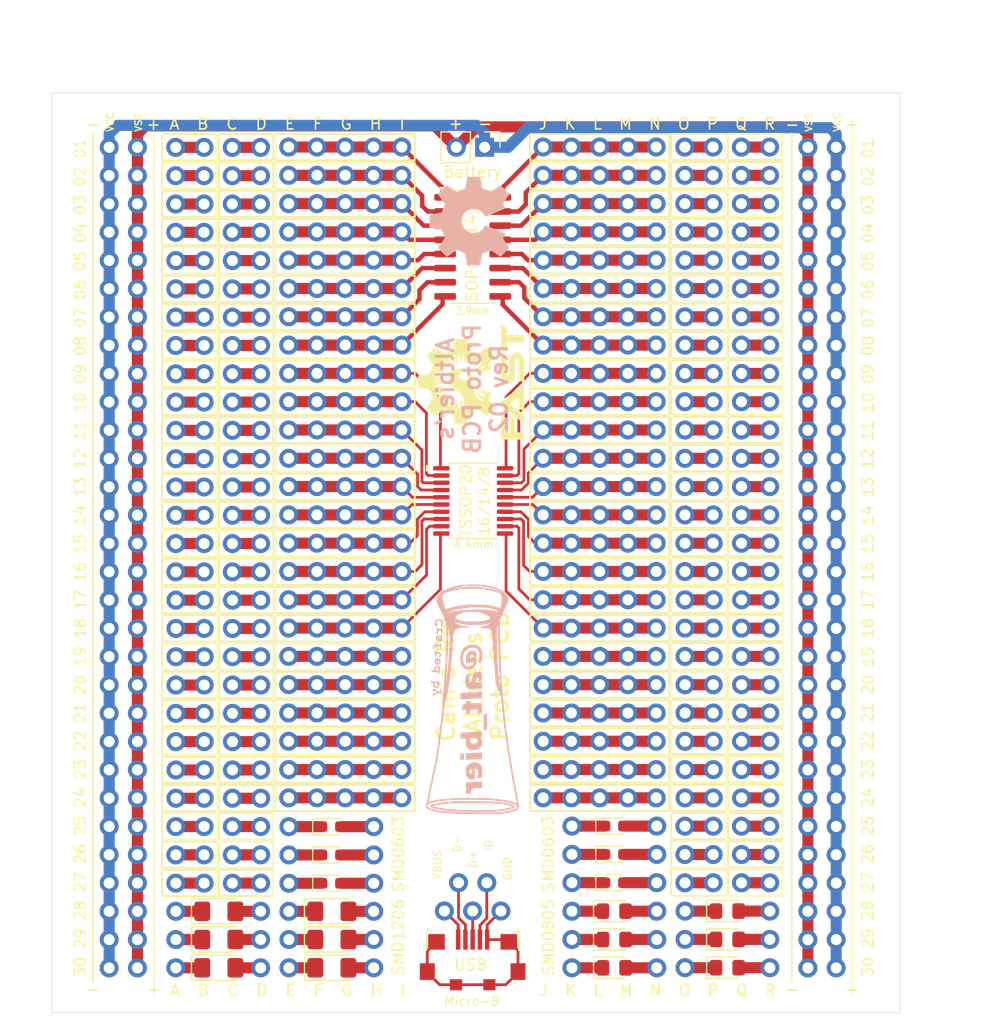
<source format=kicad_pcb>
(kicad_pcb (version 20241229) (generator "pcbnew") (generator_version "9.0")
  (layers (0 "F.Cu" signal) (2 "B.Cu" signal) (13 "F.Paste" user) (15 "B.Paste" user) (5 "F.SilkS" user "F.Silkscreen") (7 "B.SilkS" user "B.Silkscreen") (1 "F.Mask" user) (3 "B.Mask" user) (25 "Edge.Cuts" user))
  (net 0 "")
  (footprint "Proto:Proto_A_Pins_2_P2.54mm" (layer "F.Cu") (at 139.8 55.3)
    (property "Reference" "REF**")
    (property "Value" "Proto_A_Pins_2_P2.54mm" (hide yes))
  )
  (footprint "Proto:Proto_A_Pins_2_P2.54mm" (layer "F.Cu") (at 139.8 57.84)
    (property "Reference" "REF**")
    (property "Value" "Proto_A_Pins_2_P2.54mm" (hide yes))
  )
  (footprint "Proto:Proto_A_Pins_2_P2.54mm" (layer "F.Cu") (at 139.8 62.92)
    (property "Reference" "REF**")
    (property "Value" "Proto_A_Pins_2_P2.54mm" (hide yes))
  )
  (footprint "Proto:Proto_A_Pins_2_P2.54mm" (layer "F.Cu") (at 139.8 60.38)
    (property "Reference" "REF**")
    (property "Value" "Proto_A_Pins_2_P2.54mm" (hide yes))
  )
  (footprint "Proto:Proto_A_Pins_2_P2.54mm" (layer "F.Cu") (at 139.8 70.54)
    (property "Reference" "REF**")
    (property "Value" "Proto_A_Pins_2_P2.54mm" (hide yes))
  )
  (footprint "Proto:Proto_A_Pins_2_P2.54mm" (layer "F.Cu") (at 139.8 73.08)
    (property "Reference" "REF**")
    (property "Value" "Proto_A_Pins_2_P2.54mm" (hide yes))
  )
  (footprint "Proto:Proto_A_Pins_2_P2.54mm" (layer "F.Cu") (at 139.8 68)
    (property "Reference" "REF**")
    (property "Value" "Proto_A_Pins_2_P2.54mm" (hide yes))
  )
  (footprint "Proto:Proto_A_Pins_2_P2.54mm" (layer "F.Cu") (at 139.8 65.46)
    (property "Reference" "REF**")
    (property "Value" "Proto_A_Pins_2_P2.54mm" (hide yes))
  )
  (footprint "Proto:Proto_A_Pins_2_P2.54mm" (layer "F.Cu") (at 139.8 80.7)
    (property "Reference" "REF**")
    (property "Value" "Proto_A_Pins_2_P2.54mm" (hide yes))
  )
  (footprint "Proto:Proto_A_Pins_2_P2.54mm" (layer "F.Cu") (at 139.8 83.24)
    (property "Reference" "REF**")
    (property "Value" "Proto_A_Pins_2_P2.54mm" (hide yes))
  )
  (footprint "Proto:Proto_A_Pins_2_P2.54mm" (layer "F.Cu") (at 139.8 78.16)
    (property "Reference" "REF**")
    (property "Value" "Proto_A_Pins_2_P2.54mm" (hide yes))
  )
  (footprint "Proto:Proto_A_Pins_2_P2.54mm" (layer "F.Cu") (at 139.8 88.32)
    (property "Reference" "REF**")
    (property "Value" "Proto_A_Pins_2_P2.54mm" (hide yes))
  )
  (footprint "Proto:Proto_A_Pins_2_P2.54mm" (layer "F.Cu") (at 139.8 90.86)
    (property "Reference" "REF**")
    (property "Value" "Proto_A_Pins_2_P2.54mm" (hide yes))
  )
  (footprint "Proto:Proto_A_Pins_2_P2.54mm" (layer "F.Cu") (at 139.8 93.4)
    (property "Reference" "REF**")
    (property "Value" "Proto_A_Pins_2_P2.54mm" (hide yes))
  )
  (footprint "Proto:Proto_A_Pins_2_P2.54mm" (layer "F.Cu") (at 139.8 85.78)
    (property "Reference" "REF**")
    (property "Value" "Proto_A_Pins_2_P2.54mm" (hide yes))
  )
  (footprint "Proto:Proto_A_Pins_2_P2.54mm" (layer "F.Cu") (at 139.8 75.62)
    (property "Reference" "REF**")
    (property "Value" "Proto_A_Pins_2_P2.54mm" (hide yes))
  )
  (footprint "Proto:Proto_A_Pins_2_P2.54mm" (layer "F.Cu") (at 139.8 101.02)
    (property "Reference" "REF**")
    (property "Value" "Proto_A_Pins_2_P2.54mm" (hide yes))
  )
  (footprint "Proto:Proto_A_Pins_2_P2.54mm" (layer "F.Cu") (at 139.8 103.56)
    (property "Reference" "REF**")
    (property "Value" "Proto_A_Pins_2_P2.54mm" (hide yes))
  )
  (footprint "Proto:Proto_A_Pins_2_P2.54mm" (layer "F.Cu") (at 139.8 98.48)
    (property "Reference" "REF**")
    (property "Value" "Proto_A_Pins_2_P2.54mm" (hide yes))
  )
  (footprint "Proto:Proto_A_Pins_2_P2.54mm" (layer "F.Cu") (at 139.8 108.64)
    (property "Reference" "REF**")
    (property "Value" "Proto_A_Pins_2_P2.54mm" (hide yes))
  )
  (footprint "Proto:Proto_A_Pins_2_P2.54mm" (layer "F.Cu") (at 139.8 111.18)
    (property "Reference" "REF**")
    (property "Value" "Proto_A_Pins_2_P2.54mm" (hide yes))
  )
  (footprint "Proto:Proto_A_Pins_2_P2.54mm" (layer "F.Cu") (at 139.8 113.72)
    (property "Reference" "REF**")
    (property "Value" "Proto_A_Pins_2_P2.54mm" (hide yes))
  )
  (footprint "Proto:Proto_A_Pins_2_P2.54mm" (layer "F.Cu") (at 139.8 106.1)
    (property "Reference" "REF**")
    (property "Value" "Proto_A_Pins_2_P2.54mm" (hide yes))
  )
  (footprint "Proto:Proto_A_Pins_2_P2.54mm" (layer "F.Cu") (at 139.8 95.94)
    (property "Reference" "REF**")
    (property "Value" "Proto_A_Pins_2_P2.54mm" (hide yes))
  )
  (footprint "Package_SO:SOIC-16_3.9x9.9mm_P1.27mm" (layer "F.Cu") (at 141.12 64.26)
    (property "Reference" "SOP16")
    (property "Value" "SOIC-16_3.9x9.9mm_P1.27mm")
  )
  (footprint "Package_SO:TSSOP-20_4.4x6.5mm_P0.65mm" (layer "F.Cu") (at 141.17 87.06)
    (property "Reference" "TSSOP20")
    (property "Value" "TSSOP-20_4.4x6.5mm_P0.65mm")
  )
  (footprint "Proto:Proto_B_Pins_P2.54mm" (layer "F.Cu") (at 163.99 55.3)
    (property "Reference" "REF**")
    (property "Value" "Proto_B_Pins_P2.54mm")
  )
  (footprint "Proto:Proto_B_Pins_P2.54mm" (layer "F.Cu") (at 163.99 57.84)
    (property "Reference" "REF**")
    (property "Value" "Proto_B_Pins_P2.54mm")
  )
  (footprint "Proto:Proto_B_Pins_P2.54mm" (layer "F.Cu") (at 163.99 60.38)
    (property "Reference" "REF**")
    (property "Value" "Proto_B_Pins_P2.54mm")
  )
  (footprint "Proto:Proto_B_Pins_P2.54mm" (layer "F.Cu") (at 163.99 62.92)
    (property "Reference" "REF**")
    (property "Value" "Proto_B_Pins_P2.54mm")
  )
  (footprint "Proto:Proto_B_Pins_P2.54mm" (layer "F.Cu") (at 164 75.62)
    (property "Reference" "REF**")
    (property "Value" "Proto_B_Pins_P2.54mm")
  )
  (footprint "Proto:Proto_B_Pins_P2.54mm" (layer "F.Cu") (at 164 78.16)
    (property "Reference" "REF**")
    (property "Value" "Proto_B_Pins_P2.54mm")
  )
  (footprint "Proto:Proto_B_Pins_P2.54mm" (layer "F.Cu") (at 164 83.24)
    (property "Reference" "REF**")
    (property "Value" "Proto_B_Pins_P2.54mm")
  )
  (footprint "Proto:Proto_B_Pins_P2.54mm" (layer "F.Cu") (at 164 80.7)
    (property "Reference" "REF**")
    (property "Value" "Proto_B_Pins_P2.54mm")
  )
  (footprint "Proto:Proto_B_Pins_P2.54mm" (layer "F.Cu") (at 164 85.78)
    (property "Reference" "REF**")
    (property "Value" "Proto_B_Pins_P2.54mm")
  )
  (footprint "Proto:Proto_B_Pins_P2.54mm" (layer "F.Cu") (at 164.01 98.48)
    (property "Reference" "REF**")
    (property "Value" "Proto_B_Pins_P2.54mm")
  )
  (footprint "Proto:Proto_B_Pins_P2.54mm" (layer "F.Cu") (at 164.01 95.94)
    (property "Reference" "REF**")
    (property "Value" "Proto_B_Pins_P2.54mm")
  )
  (footprint "Proto:Proto_B_Pins_P2.54mm" (layer "F.Cu") (at 164 88.32)
    (property "Reference" "REF**")
    (property "Value" "Proto_B_Pins_P2.54mm")
  )
  (footprint "Proto:Proto_B_Pins_P2.54mm" (layer "F.Cu") (at 164 93.4)
    (property "Reference" "REF**")
    (property "Value" "Proto_B_Pins_P2.54mm")
  )
  (footprint "Proto:Proto_B_Pins_P2.54mm" (layer "F.Cu") (at 164.01 103.56)
    (property "Reference" "REF**")
    (property "Value" "Proto_B_Pins_P2.54mm")
  )
  (footprint "Proto:Proto_B_Pins_P2.54mm" (layer "F.Cu") (at 164 90.86)
    (property "Reference" "REF**")
    (property "Value" "Proto_B_Pins_P2.54mm")
  )
  (footprint "Proto:Proto_B_Pins_P2.54mm" (layer "F.Cu") (at 164.01 101.02)
    (property "Reference" "REF**")
    (property "Value" "Proto_B_Pins_P2.54mm")
  )
  (footprint "Proto:Proto_B_Pins_P2.54mm" (layer "F.Cu") (at 164.01 108.64)
    (property "Reference" "REF**")
    (property "Value" "Proto_B_Pins_P2.54mm")
  )
  (footprint "Proto:Proto_B_Pins_P2.54mm" (layer "F.Cu") (at 164.01 111.18)
    (property "Reference" "REF**")
    (property "Value" "Proto_B_Pins_P2.54mm")
  )
  (footprint "Proto:Proto_B_Pins_P2.54mm" (layer "F.Cu") (at 164.01 106.1)
    (property "Reference" "REF**")
    (property "Value" "Proto_B_Pins_P2.54mm")
  )
  (footprint "Proto:Proto_B_Pins_P2.54mm" (layer "F.Cu") (at 164.01 113.72)
    (property "Reference" "REF**")
    (property "Value" "Proto_B_Pins_P2.54mm")
  )
  (footprint "Proto:Proto_B_Pins_P2.54mm" (layer "F.Cu") (at 164 121.34)
    (property "Reference" "REF**")
    (property "Value" "Proto_B_Pins_P2.54mm")
  )
  (footprint "Proto:Proto_B_Pins_P2.54mm" (layer "F.Cu") (at 164 118.8)
    (property "Reference" "REF**")
    (property "Value" "Proto_B_Pins_P2.54mm")
  )
  (footprint "Proto:Proto_B_Pins_P2.54mm" (layer "F.Cu") (at 164 116.26)
    (property "Reference" "REF**")
    (property "Value" "Proto_B_Pins_P2.54mm")
  )
  (footprint "Proto:Proto_B_Pins_P2.54mm" (layer "F.Cu") (at 118.25 55.33)
    (property "Reference" "REF**")
    (property "Value" "Proto_B_Pins_P2.54mm")
  )
  (footprint "Proto:Proto_B_Pins_P2.54mm" (layer "F.Cu") (at 118.26 68.03)
    (property "Reference" "REF**")
    (property "Value" "Proto_B_Pins_P2.54mm")
  )
  (footprint "Proto:Proto_B_Pins_P2.54mm" (layer "F.Cu") (at 118.26 65.49)
    (property "Reference" "REF**")
    (property "Value" "Proto_B_Pins_P2.54mm")
  )
  (footprint "Proto:Proto_B_Pins_P2.54mm" (layer "F.Cu") (at 118.25 57.87)
    (property "Reference" "REF**")
    (property "Value" "Proto_B_Pins_P2.54mm")
  )
  (footprint "Proto:Proto_B_Pins_P2.54mm" (layer "F.Cu") (at 118.25 62.95)
    (property "Reference" "REF**")
    (property "Value" "Proto_B_Pins_P2.54mm")
  )
  (footprint "Proto:Proto_B_Pins_P2.54mm" (layer "F.Cu") (at 118.26 73.11)
    (property "Reference" "REF**")
    (property "Value" "Proto_B_Pins_P2.54mm")
  )
  (footprint "Proto:Proto_B_Pins_P2.54mm" (layer "F.Cu") (at 118.25 60.41)
    (property "Reference" "REF**")
    (property "Value" "Proto_B_Pins_P2.54mm")
  )
  (footprint "Proto:Proto_B_Pins_P2.54mm" (layer "F.Cu") (at 118.26 70.57)
    (property "Reference" "REF**")
    (property "Value" "Proto_B_Pins_P2.54mm")
  )
  (footprint "Proto:Proto_B_Pins_P2.54mm" (layer "F.Cu") (at 118.26 118.83)
    (property "Reference" "REF**")
    (property "Value" "Proto_B_Pins_P2.54mm")
  )
  (footprint "Proto:Proto_B_Pins_P2.54mm" (layer "F.Cu") (at 118.27 113.75)
    (property "Reference" "REF**")
    (property "Value" "Proto_B_Pins_P2.54mm")
  )
  (footprint "Proto:Proto_B_Pins_P2.54mm" (layer "F.Cu") (at 118.26 121.37)
    (property "Reference" "REF**")
    (property "Value" "Proto_B_Pins_P2.54mm")
  )
  (footprint "Proto:Proto_B_Pins_P2.54mm" (layer "F.Cu") (at 118.26 116.29)
    (property "Reference" "REF**")
    (property "Value" "Proto_B_Pins_P2.54mm")
  )
  (footprint "Proto:Proto_B_Pins_P2.54mm" (layer "F.Cu") (at 118.27 106.13)
    (property "Reference" "REF**")
    (property "Value" "Proto_B_Pins_P2.54mm")
  )
  (footprint "Proto:Proto_B_Pins_P2.54mm" (layer "F.Cu") (at 118.26 78.19)
    (property "Reference" "REF**")
    (property "Value" "Proto_B_Pins_P2.54mm")
  )
  (footprint "Proto:Proto_B_Pins_P2.54mm" (layer "F.Cu") (at 118.27 108.67)
    (property "Reference" "REF**")
    (property "Value" "Proto_B_Pins_P2.54mm")
  )
  (footprint "Proto:Proto_B_Pins_P2.54mm" (layer "F.Cu") (at 118.26 80.73)
    (property "Reference" "REF**")
    (property "Value" "Proto_B_Pins_P2.54mm")
  )
  (footprint "Proto:Proto_B_Pins_P2.54mm" (layer "F.Cu") (at 118.26 75.65)
    (property "Reference" "REF**")
    (property "Value" "Proto_B_Pins_P2.54mm")
  )
  (footprint "Proto:Proto_B_Pins_P2.54mm" (layer "F.Cu") (at 118.27 95.97)
    (property "Reference" "REF**")
    (property "Value" "Proto_B_Pins_P2.54mm")
  )
  (footprint "Proto:Proto_B_Pins_P2.54mm" (layer "F.Cu") (at 118.27 98.51)
    (property "Reference" "REF**")
    (property "Value" "Proto_B_Pins_P2.54mm")
  )
  (footprint "Proto:Proto_B_Pins_P2.54mm" (layer "F.Cu") (at 118.26 88.35)
    (property "Reference" "REF**")
    (property "Value" "Proto_B_Pins_P2.54mm")
  )
  (footprint "Proto:Proto_B_Pins_P2.54mm" (layer "F.Cu") (at 118.26 85.81)
    (property "Reference" "REF**")
    (property "Value" "Proto_B_Pins_P2.54mm")
  )
  (footprint "Proto:Proto_B_Pins_P2.54mm" (layer "F.Cu") (at 118.26 93.43)
    (property "Reference" "REF**")
    (property "Value" "Proto_B_Pins_P2.54mm")
  )
  (footprint "Proto:Proto_B_Pins_P2.54mm" (layer "F.Cu") (at 118.27 103.59)
    (property "Reference" "REF**")
    (property "Value" "Proto_B_Pins_P2.54mm")
  )
  (footprint "Proto:Proto_B_Pins_P2.54mm" (layer "F.Cu") (at 118.26 83.27)
    (property "Reference" "REF**")
    (property "Value" "Proto_B_Pins_P2.54mm")
  )
  (footprint "Proto:Proto_B_Pins_P2.54mm" (layer "F.Cu") (at 118.26 90.89)
    (property "Reference" "REF**")
    (property "Value" "Proto_B_Pins_P2.54mm")
  )
  (footprint "Proto:Proto_B_Pins_P2.54mm" (layer "F.Cu") (at 118.27 101.05)
    (property "Reference" "REF**")
    (property "Value" "Proto_B_Pins_P2.54mm")
  )
  (footprint "Proto:Proto_B_Pins_P2.54mm" (layer "F.Cu") (at 118.27 111.21)
    (property "Reference" "REF**")
    (property "Value" "Proto_B_Pins_P2.54mm")
  )
  (footprint "Proto:Proto_C_Pins_2x30_P2.54mm" (layer "F.Cu") (at 108.46 55.32)
    (property "Reference" "REF**")
    (property "Value" "Proto_C_Pins_2x30_P2.54mm")
  )
  (footprint "Proto:Proto_C_Pins_2x30_P2.54mm" (layer "F.Cu") (at 171.24 55.32)
    (property "Reference" "REF**")
    (property "Value" "Proto_C_Pins_2x30_P2.54mm")
  )
  (footprint "Connector_PinHeader_2.54mm:PinHeader_1x02_P2.54mm_Vertical" (layer "F.Cu") (at 142.19 55.32 -90)
    (property "Reference" "Battery")
    (property "Value" "PinHeader_1x02_P2.54mm_Vertical")
  )
  (footprint "Proto:Proto_USB_Micro-B_Jing" (layer "F.Cu") (at 141.12 128.54)
    (property "Reference" "USB")
    (property "Value" "Proto_USB_Micro-B_Jing")
  )
  (footprint "Proto:Proto_1206_Pads_1.42x1.75mm_HandSolder" (layer "F.Cu") (at 118.31 123.9)
    (property "Reference" "REF**")
    (property "Value" "Proto_1206_Pads_1.42x1.75mm_HandSolder")
  )
  (footprint "Proto:Proto_0805_Pads_1.15x1.40mm_HandSolder" (layer "F.Cu") (at 164 128.96)
    (property "Reference" "REF**")
    (property "Value" "Proto_0805_Pads_1.15x1.40mm_HandSolder")
  )
  (footprint "Proto:Proto_1206_Pads_1.42x1.75mm_HandSolder" (layer "F.Cu") (at 118.31 126.43)
    (property "Reference" "REF**")
    (property "Value" "Proto_1206_Pads_1.42x1.75mm_HandSolder")
  )
  (footprint "Proto:Proto_1206_Pads_1.42x1.75mm_HandSolder" (layer "F.Cu") (at 118.31 128.97)
    (property "Reference" "REF**")
    (property "Value" "Proto_1206_Pads_1.42x1.75mm_HandSolder")
  )
  (footprint "Proto:Proto_0603_Pads_1.05x0.95mm_HandSolder" (layer "F.Cu") (at 153.84 121.33)
    (property "Reference" "REF**")
    (property "Value" "Proto_0603_Pads_1.05x0.95mm_HandSolder")
  )
  (footprint "Proto:Proto_0805_Pads_1.15x1.40mm_HandSolder" (layer "F.Cu") (at 164 126.42)
    (property "Reference" "REF**")
    (property "Value" "Proto_0805_Pads_1.15x1.40mm_HandSolder")
  )
  (footprint "Proto:Proto_0805_Pads_1.15x1.40mm_HandSolder" (layer "F.Cu") (at 164 123.88)
    (property "Reference" "REF**")
    (property "Value" "Proto_0805_Pads_1.15x1.40mm_HandSolder")
  )
  (footprint "Proto:Proto_0603_Pads_1.05x0.95mm_HandSolder" (layer "F.Cu") (at 153.84 118.79)
    (property "Reference" "REF**")
    (property "Value" "Proto_0603_Pads_1.05x0.95mm_HandSolder")
  )
  (footprint "Proto:Proto_0603_Pads_1.05x0.95mm_HandSolder" (layer "F.Cu") (at 128.41 118.84)
    (property "Reference" "REF**")
    (property "Value" "Proto_0603_Pads_1.05x0.95mm_HandSolder")
  )
  (footprint "Proto:Proto_0603_Pads_1.05x0.95mm_HandSolder" (layer "F.Cu") (at 128.41 121.38)
    (property "Reference" "REF**")
    (property "Value" "Proto_0603_Pads_1.05x0.95mm_HandSolder")
  )
  (footprint "Proto:Proto_0603_Pads_1.05x0.95mm_HandSolder" (layer "F.Cu") (at 128.41 116.3)
    (property "Reference" "REF**")
    (property "Value" "Proto_0603_Pads_1.05x0.95mm_HandSolder")
  )
  (footprint "Proto:Proto_0603_Pads_1.05x0.95mm_HandSolder" (layer "F.Cu") (at 153.84 116.25)
    (property "Reference" "REF**")
    (property "Value" "Proto_0603_Pads_1.05x0.95mm_HandSolder")
  )
  (footprint "Proto:Proto_1206_Pads_1.42x1.75mm_HandSolder" (layer "F.Cu") (at 128.47 123.9)
    (property "Reference" "REF**")
    (property "Value" "Proto_1206_Pads_1.42x1.75mm_HandSolder")
  )
  (footprint "Proto:Proto_1206_Pads_1.42x1.75mm_HandSolder" (layer "F.Cu") (at 128.47 128.97)
    (property "Reference" "REF**")
    (property "Value" "Proto_1206_Pads_1.42x1.75mm_HandSolder")
  )
  (footprint "Proto:Proto_1206_Pads_1.42x1.75mm_HandSolder" (layer "F.Cu") (at 128.47 126.43)
    (property "Reference" "REF**")
    (property "Value" "Proto_1206_Pads_1.42x1.75mm_HandSolder")
  )
  (footprint "Proto:Proto_0805_Pads_1.15x1.40mm_HandSolder" (layer "F.Cu") (at 153.84 128.97)
    (property "Reference" "REF**")
    (property "Value" "Proto_0805_Pads_1.15x1.40mm_HandSolder")
  )
  (footprint "Proto:Proto_0805_Pads_1.15x1.40mm_HandSolder" (layer "F.Cu") (at 153.84 126.43)
    (property "Reference" "REF**")
    (property "Value" "Proto_0805_Pads_1.15x1.40mm_HandSolder")
  )
  (footprint "Proto:Proto_0805_Pads_1.15x1.40mm_HandSolder" (layer "F.Cu") (at 153.84 123.89)
    (property "Reference" "REF**")
    (property "Value" "Proto_0805_Pads_1.15x1.40mm_HandSolder")
  )
  (footprint "Proto:Proto_B_Pins_P2.54mm" (layer "F.Cu") (at 164 73.08)
    (property "Reference" "REF**")
    (property "Value" "Proto_B_Pins_P2.54mm")
  )
  (footprint "Proto:Proto_B_Pins_P2.54mm" (layer "F.Cu") (at 164 68)
    (property "Reference" "REF**")
    (property "Value" "Proto_B_Pins_P2.54mm")
  )
  (footprint "kml-custom:FAST-Logo-Medium" (layer "F.Cu") (at 140.58143 76.713407 90)
    (property "Reference" "G***" (hide yes))
    (property "Value" "LOGO" (hide yes))
  )
  (footprint "Proto:Proto_B_Pins_P2.54mm" (layer "F.Cu") (at 164 65.46)
    (property "Reference" "REF**")
    (property "Value" "Proto_B_Pins_P2.54mm")
  )
  (footprint "Proto:Proto_B_Pins_P2.54mm" (layer "F.Cu") (at 164 70.54)
    (property "Reference" "REF**")
    (property "Value" "Proto_B_Pins_P2.54mm")
  )
  (footprint "altbier:logo-alt_bier-1100dpi-8x21mm-front" (layer "B.Cu") (at 141.071544 104.885766)
    (property "Reference" "G***" (hide yes))
    (property "Value" "LOGO" (hide yes))
  )
  (footprint "kml-custom:OSHW_Logo_8mm" (layer "B.Cu") (at 141.22 61.94 -90)
    (property "Reference" "Ref**" (hide yes))
    (property "Value" "Val**" (hide yes))
  )
  (gr_line (start 103.3 50.45) (end 103.3 133) (stroke (width 0.05)) (layer "Edge.Cuts"))
  (gr_line (start 179.5 50.45) (end 103.3 50.45) (stroke (width 0.05)) (layer "Edge.Cuts"))
  (gr_line (start 179.5 50.45) (end 179.5 133) (stroke (width 0.05)) (layer "Edge.Cuts"))
  (gr_line (start 179.5 133) (end 103.3 133) (stroke (width 0.05)) (layer "Edge.Cuts"))
  (gr_text "D-" (at 139.72 117.83 90) (layer "F.SilkS") (effects (font (size 0.7 0.7) (thickness 0.1))))
  (gr_text "D+" (at 141.13 119.21 90) (layer "F.SilkS") (effects (font (size 0.7 0.7) (thickness 0.1))))
  (gr_text "ID" (at 142.54 117.99 90) (layer "F.SilkS") (effects (font (size 0.7 0.7) (thickness 0.1))))
  (gr_text "GND" (at 144.28 120.07 90) (layer "F.SilkS") (effects (font (size 0.7 0.7) (thickness 0.1))))
  (gr_text "SMD0805" (at 147.92 126.23 90) (layer "F.SilkS") (effects (font (size 1 1))))
  (gr_text "30 29 28 27 26 25 24 23 22 21 20 19 18 17 16 15 14 13 12 11 10 09 08 07 06 05 04 03 02 01" (at 176.62 129.89 90) (layer "F.SilkS") (effects (font (size 1 0.95)) (justify left)))
  (gr_text "30 29 28 27 26 25 24 23 22 21 20 19 18 17 16 15 14 13 12 11 10 09 08 07 06 05 04 03 02 01" (at 105.87 129.89 90) (layer "F.SilkS") (effects (font (size 1 0.95)) (justify left)))
  (gr_text "SMD0603" (at 147.92 118.76 90) (layer "F.SilkS") (effects (font (size 1 1))))
  (gr_text "A  B  C  D  E  F  G  H  I" (at 113.78 53.22 0) (layer "F.SilkS") (effects (font (size 1 1.04)) (justify left)))
  (gr_text "J  K  L  M  N  O  P  Q  R" (at 146.96 53.22 0) (layer "F.SilkS") (effects (font (size 1 1.01)) (justify left)))
  (gr_text "VSS" (at 111.09 54 90) (layer "F.SilkS") (effects (font (size 0.6 0.6) (thickness 0.12)) (justify left)))
  (gr_text "VCC" (at 108.56 54 90) (layer "F.SilkS") (effects (font (size 0.6 0.6) (thickness 0.12)) (justify left)))
  (gr_text "VCC" (at 173.85 54 90) (layer "F.SilkS") (effects (font (size 0.6 0.6) (thickness 0.12)) (justify left)))
  (gr_text "VSS" (at 171.32 54 90) (layer "F.SilkS") (effects (font (size 0.6 0.6) (thickness 0.12)) (justify left)))
  (gr_text "A  B  C  D  E  F  G  H  I" (at 113.84 130.99 0) (layer "F.SilkS") (effects (font (size 1 1.04)) (justify left)))
  (gr_text "J  K  L  M  N  O  P  Q  R" (at 147.02 130.99 0) (layer "F.SilkS") (effects (font (size 1 1.01)) (justify left)))
  (gr_text "SMD0603" (at 134.44 118.76 90) (layer "F.SilkS") (effects (font (size 1 1))))
  (gr_text "SMD1206" (at 134.44 126.23 90) (layer "F.SilkS") (effects (font (size 1 1))))
  (gr_text "VBUS" (at 137.96 119.71 90) (layer "F.SilkS") (effects (font (size 0.7 0.7) (thickness 0.1))))
  (gr_text "Micro-B" (at 141.03 131.97 0) (layer "F.SilkS") (effects (font (size 0.8 0.8) (thickness 0.1) (italic yes))))
  (gr_text "Cam's Rev\nAltbier's \nProto PCB\n" (at 141.17 102.77 90) (layer "F.SilkS") (effects (font (size 1.5 1.5) (thickness 0.28))))
  (gr_text "Altbier's\nProto PCB\nRev 02" (at 141.08 77.01 90) (layer "B.SilkS") (effects (font (size 1.5 1.5) (thickness 0.28)) (justify mirror)))
  (segment (start 124.59 57.835) (end 134.75 57.835) (width 1) (layer "F.Cu") (net 0))
  (segment (start 147.45 57.835) (end 157.61 57.835) (width 1) (layer "F.Cu") (net 0))
  (segment (start 147.45 62.915) (end 157.61 62.915) (width 1) (layer "F.Cu") (net 0))
  (segment (start 124.59 62.915) (end 134.75 62.915) (width 1) (layer "F.Cu") (net 0))
  (segment (start 124.59 60.375) (end 134.75 60.375) (width 1) (layer "F.Cu") (net 0))
  (segment (start 147.45 60.375) (end 157.61 60.375) (width 1) (layer "F.Cu") (net 0))
  (segment (start 124.59 70.535) (end 134.75 70.535) (width 1) (layer "F.Cu") (net 0))
  (segment (start 147.45 70.535) (end 157.61 70.535) (width 1) (layer "F.Cu") (net 0))
  (segment (start 147.45 67.995) (end 157.61 67.995) (width 1) (layer "F.Cu") (net 0))
  (segment (start 147.45 73.075) (end 157.61 73.075) (width 1) (layer "F.Cu") (net 0))
  (segment (start 124.59 73.075) (end 134.75 73.075) (width 1) (layer "F.Cu") (net 0))
  (segment (start 124.59 67.995) (end 134.75 67.995) (width 1) (layer "F.Cu") (net 0))
  (segment (start 124.59 65.455) (end 134.75 65.455) (width 1) (layer "F.Cu") (net 0))
  (segment (start 147.45 65.455) (end 157.61 65.455) (width 1) (layer "F.Cu") (net 0))
  (segment (start 124.59 80.695) (end 134.75 80.695) (width 1) (layer "F.Cu") (net 0))
  (segment (start 147.45 80.695) (end 157.61 80.695) (width 1) (layer "F.Cu") (net 0))
  (segment (start 147.45 78.155) (end 157.61 78.155) (width 1) (layer "F.Cu") (net 0))
  (segment (start 147.45 83.235) (end 157.61 83.235) (width 1) (layer "F.Cu") (net 0))
  (segment (start 124.59 83.235) (end 134.75 83.235) (width 1) (layer "F.Cu") (net 0))
  (segment (start 124.59 78.155) (end 134.75 78.155) (width 1) (layer "F.Cu") (net 0))
  (segment (start 147.45 85.775) (end 157.61 85.775) (width 1) (layer "F.Cu") (net 0))
  (segment (start 124.59 85.775) (end 134.75 85.775) (width 1) (layer "F.Cu") (net 0))
  (segment (start 124.59 88.315) (end 134.75 88.315) (width 1) (layer "F.Cu") (net 0))
  (segment (start 124.59 93.395) (end 134.75 93.395) (width 1) (layer "F.Cu") (net 0))
  (segment (start 124.59 90.855) (end 134.75 90.855) (width 1) (layer "F.Cu") (net 0))
  (segment (start 147.45 90.855) (end 157.61 90.855) (width 1) (layer "F.Cu") (net 0))
  (segment (start 147.45 88.315) (end 157.61 88.315) (width 1) (layer "F.Cu") (net 0))
  (segment (start 147.45 93.395) (end 157.61 93.395) (width 1) (layer "F.Cu") (net 0))
  (segment (start 124.59 75.615) (end 134.75 75.615) (width 1) (layer "F.Cu") (net 0))
  (segment (start 147.45 75.615) (end 157.61 75.615) (width 1) (layer "F.Cu") (net 0))
  (segment (start 124.59 101.015) (end 134.75 101.015) (width 1) (layer "F.Cu") (net 0))
  (segment (start 147.45 101.015) (end 157.61 101.015) (width 1) (layer "F.Cu") (net 0))
  (segment (start 147.45 98.475) (end 157.61 98.475) (width 1) (layer "F.Cu") (net 0))
  (segment (start 147.45 103.555) (end 157.61 103.555) (width 1) (layer "F.Cu") (net 0))
  (segment (start 124.59 103.555) (end 134.75 103.555) (width 1) (layer "F.Cu") (net 0))
  (segment (start 124.59 98.475) (end 134.75 98.475) (width 1) (layer "F.Cu") (net 0))
  (segment (start 147.45 106.095) (end 157.61 106.095) (width 1) (layer "F.Cu") (net 0))
  (segment (start 124.59 106.095) (end 134.75 106.095) (width 1) (layer "F.Cu") (net 0))
  (segment (start 124.59 108.635) (end 134.75 108.635) (width 1) (layer "F.Cu") (net 0))
  (segment (start 124.59 113.715) (end 134.75 113.715) (width 1) (layer "F.Cu") (net 0))
  (segment (start 124.59 111.175) (end 134.75 111.175) (width 1) (layer "F.Cu") (net 0))
  (segment (start 147.45 111.175) (end 157.61 111.175) (width 1) (layer "F.Cu") (net 0))
  (segment (start 147.45 108.635) (end 157.61 108.635) (width 1) (layer "F.Cu") (net 0))
  (segment (start 147.45 113.715) (end 157.61 113.715) (width 1) (layer "F.Cu") (net 0))
  (segment (start 124.59 95.935) (end 134.75 95.935) (width 1) (layer "F.Cu") (net 0))
  (segment (start 147.45 95.935) (end 157.61 95.935) (width 1) (layer "F.Cu") (net 0))
  (segment (start 165.27 68) (end 167.81 68) (width 1) (layer "F.Cu") (net 0))
  (segment (start 165.27 73.08) (end 167.81 73.08) (width 1) (layer "F.Cu") (net 0))
  (segment (start 160.19 70.54) (end 162.73 70.54) (width 1) (layer "F.Cu") (net 0))
  (segment (start 160.19 65.46) (end 162.73 65.46) (width 1) (layer "F.Cu") (net 0))
  (segment (start 165.27 70.54) (end 167.81 70.54) (width 1) (layer "F.Cu") (net 0))
  (segment (start 165.27 65.46) (end 167.81 65.46) (width 1) (layer "F.Cu") (net 0))
  (segment (start 160.19 73.08) (end 162.73 73.08) (width 1) (layer "F.Cu") (net 0))
  (segment (start 160.19 68) (end 162.73 68) (width 1) (layer "F.Cu") (net 0))
  (segment (start 165.27 88.32) (end 167.81 88.32) (width 1) (layer "F.Cu") (net 0))
  (segment (start 165.27 93.4) (end 167.81 93.4) (width 1) (layer "F.Cu") (net 0))
  (segment (start 160.19 90.86) (end 162.73 90.86) (width 1) (layer "F.Cu") (net 0))
  (segment (start 165.28 103.56) (end 167.82 103.56) (width 1) (layer "F.Cu") (net 0))
  (segment (start 160.19 85.78) (end 162.73 85.78) (width 1) (layer "F.Cu") (net 0))
  (segment (start 165.28 98.48) (end 167.82 98.48) (width 1) (layer "F.Cu") (net 0))
  (segment (start 160.2 95.94) (end 162.74 95.94) (width 1) (layer "F.Cu") (net 0))
  (segment (start 165.28 101.02) (end 167.82 101.02) (width 1) (layer "F.Cu") (net 0))
  (segment (start 160.2 98.48) (end 162.74 98.48) (width 1) (layer "F.Cu") (net 0))
  (segment (start 160.2 103.56) (end 162.74 103.56) (width 1) (layer "F.Cu") (net 0))
  (segment (start 165.28 95.94) (end 167.82 95.94) (width 1) (layer "F.Cu") (net 0))
  (segment (start 160.2 101.02) (end 162.74 101.02) (width 1) (layer "F.Cu") (net 0))
  (segment (start 165.27 90.86) (end 167.81 90.86) (width 1) (layer "F.Cu") (net 0))
  (segment (start 165.27 85.78) (end 167.81 85.78) (width 1) (layer "F.Cu") (net 0))
  (segment (start 160.19 93.4) (end 162.73 93.4) (width 1) (layer "F.Cu") (net 0))
  (segment (start 160.19 88.32) (end 162.73 88.32) (width 1) (layer "F.Cu") (net 0))
  (segment (start 165.28 113.72) (end 167.82 113.72) (width 1) (layer "F.Cu") (net 0))
  (segment (start 165.28 108.64) (end 167.82 108.64) (width 1) (layer "F.Cu") (net 0))
  (segment (start 160.2 113.72) (end 162.74 113.72) (width 1) (layer "F.Cu") (net 0))
  (segment (start 165.28 111.18) (end 167.82 111.18) (width 1) (layer "F.Cu") (net 0))
  (segment (start 160.2 106.1) (end 162.74 106.1) (width 1) (layer "F.Cu") (net 0))
  (segment (start 165.28 106.1) (end 167.82 106.1) (width 1) (layer "F.Cu") (net 0))
  (segment (start 160.2 111.18) (end 162.74 111.18) (width 1) (layer "F.Cu") (net 0))
  (segment (start 160.2 108.64) (end 162.74 108.64) (width 1) (layer "F.Cu") (net 0))
  (segment (start 165.27 116.26) (end 167.81 116.26) (width 1) (layer "F.Cu") (net 0))
  (segment (start 160.19 118.8) (end 162.73 118.8) (width 1) (layer "F.Cu") (net 0))
  (segment (start 165.27 118.8) (end 167.81 118.8) (width 1) (layer "F.Cu") (net 0))
  (segment (start 160.19 116.26) (end 162.73 116.26) (width 1) (layer "F.Cu") (net 0))
  (segment (start 160.19 121.34) (end 162.73 121.34) (width 1) (layer "F.Cu") (net 0))
  (segment (start 165.27 121.34) (end 167.81 121.34) (width 1) (layer "F.Cu") (net 0))
  (segment (start 119.52 57.87) (end 122.06 57.87) (width 1) (layer "F.Cu") (net 0))
  (segment (start 119.52 62.95) (end 122.06 62.95) (width 1) (layer "F.Cu") (net 0))
  (segment (start 114.44 60.41) (end 116.98 60.41) (width 1) (layer "F.Cu") (net 0))
  (segment (start 119.53 73.11) (end 122.07 73.11) (width 1) (layer "F.Cu") (net 0))
  (segment (start 114.44 55.33) (end 116.98 55.33) (width 1) (layer "F.Cu") (net 0))
  (segment (start 119.53 68.03) (end 122.07 68.03) (width 1) (layer "F.Cu") (net 0))
  (segment (start 114.45 65.49) (end 116.99 65.49) (width 1) (layer "F.Cu") (net 0))
  (segment (start 119.53 70.57) (end 122.07 70.57) (width 1) (layer "F.Cu") (net 0))
  (segment (start 114.45 68.03) (end 116.99 68.03) (width 1) (layer "F.Cu") (net 0))
  (segment (start 114.45 73.11) (end 116.99 73.11) (width 1) (layer "F.Cu") (net 0))
  (segment (start 119.53 65.49) (end 122.07 65.49) (width 1) (layer "F.Cu") (net 0))
  (segment (start 114.45 70.57) (end 116.99 70.57) (width 1) (layer "F.Cu") (net 0))
  (segment (start 119.52 60.41) (end 122.06 60.41) (width 1) (layer "F.Cu") (net 0))
  (segment (start 119.52 55.33) (end 122.06 55.33) (width 1) (layer "F.Cu") (net 0))
  (segment (start 114.44 62.95) (end 116.98 62.95) (width 1) (layer "F.Cu") (net 0))
  (segment (start 114.44 57.87) (end 116.98 57.87) (width 1) (layer "F.Cu") (net 0))
  (segment (start 119.53 121.37) (end 122.07 121.37) (width 1) (layer "F.Cu") (net 0))
  (segment (start 119.53 116.29) (end 122.07 116.29) (width 1) (layer "F.Cu") (net 0))
  (segment (start 114.45 118.83) (end 116.99 118.83) (width 1) (layer "F.Cu") (net 0))
  (segment (start 119.53 118.83) (end 122.07 118.83) (width 1) (layer "F.Cu") (net 0))
  (segment (start 114.45 116.29) (end 116.99 116.29) (width 1) (layer "F.Cu") (net 0))
  (segment (start 114.45 121.37) (end 116.99 121.37) (width 1) (layer "F.Cu") (net 0))
  (segment (start 119.53 83.27) (end 122.07 83.27) (width 1) (layer "F.Cu") (net 0))
  (segment (start 119.53 88.35) (end 122.07 88.35) (width 1) (layer "F.Cu") (net 0))
  (segment (start 119.53 78.19) (end 122.07 78.19) (width 1) (layer "F.Cu") (net 0))
  (segment (start 114.46 95.97) (end 117 95.97) (width 1) (layer "F.Cu") (net 0))
  (segment (start 119.54 108.67) (end 122.08 108.67) (width 1) (layer "F.Cu") (net 0))
  (segment (start 119.54 101.05) (end 122.08 101.05) (width 1) (layer "F.Cu") (net 0))
  (segment (start 114.46 98.51) (end 117 98.51) (width 1) (layer "F.Cu") (net 0))
  (segment (start 114.46 113.75) (end 117 113.75) (width 1) (layer "F.Cu") (net 0))
  (segment (start 114.46 103.59) (end 117 103.59) (width 1) (layer "F.Cu") (net 0))
  (segment (start 119.54 95.97) (end 122.08 95.97) (width 1) (layer "F.Cu") (net 0))
  (segment (start 114.45 83.27) (end 116.99 83.27) (width 1) (layer "F.Cu") (net 0))
  (segment (start 119.53 93.43) (end 122.07 93.43) (width 1) (layer "F.Cu") (net 0))
  (segment (start 119.53 80.73) (end 122.07 80.73) (width 1) (layer "F.Cu") (net 0))
  (segment (start 114.45 75.65) (end 116.99 75.65) (width 1) (layer "F.Cu") (net 0))
  (segment (start 114.45 90.89) (end 116.99 90.89) (width 1) (layer "F.Cu") (net 0))
  (segment (start 119.54 103.59) (end 122.08 103.59) (width 1) (layer "F.Cu") (net 0))
  (segment (start 114.45 85.81) (end 116.99 85.81) (width 1) (layer "F.Cu") (net 0))
  (segment (start 119.54 98.51) (end 122.08 98.51) (width 1) (layer "F.Cu") (net 0))
  (segment (start 119.53 75.65) (end 122.07 75.65) (width 1) (layer "F.Cu") (net 0))
  (segment (start 114.45 80.73) (end 116.99 80.73) (width 1) (layer "F.Cu") (net 0))
  (segment (start 114.45 78.19) (end 116.99 78.19) (width 1) (layer "F.Cu") (net 0))
  (segment (start 114.45 93.43) (end 116.99 93.43) (width 1) (layer "F.Cu") (net 0))
  (segment (start 114.46 101.05) (end 117 101.05) (width 1) (layer "F.Cu") (net 0))
  (segment (start 114.45 88.35) (end 116.99 88.35) (width 1) (layer "F.Cu") (net 0))
  (segment (start 119.54 113.75) (end 122.08 113.75) (width 1) (layer "F.Cu") (net 0))
  (segment (start 114.46 111.21) (end 117 111.21) (width 1) (layer "F.Cu") (net 0))
  (segment (start 119.53 85.81) (end 122.07 85.81) (width 1) (layer "F.Cu") (net 0))
  (segment (start 119.53 90.89) (end 122.07 90.89) (width 1) (layer "F.Cu") (net 0))
  (segment (start 119.54 111.21) (end 122.08 111.21) (width 1) (layer "F.Cu") (net 0))
  (segment (start 114.46 106.13) (end 117 106.13) (width 1) (layer "F.Cu") (net 0))
  (segment (start 119.54 106.13) (end 122.08 106.13) (width 1) (layer "F.Cu") (net 0))
  (segment (start 114.46 108.67) (end 117 108.67) (width 1) (layer "F.Cu") (net 0))
  (segment (start 157.66 126.43) (end 154.865 126.43) (width 1) (layer "F.Cu") (net 0))
  (segment (start 150.04 128.97) (end 152.815 128.97) (width 1) (layer "F.Cu") (net 0))
  (segment (start 150.04 123.89) (end 152.815 123.89) (width 1) (layer "F.Cu") (net 0))
  (segment (start 157.66 128.97) (end 154.865 128.97) (width 1) (layer "F.Cu") (net 0))
  (segment (start 157.66 123.89) (end 154.865 123.89) (width 1) (layer "F.Cu") (net 0))
  (segment (start 150.04 126.43) (end 152.815 126.43) (width 1) (layer "F.Cu") (net 0))
  (segment (start 137.245 89.335) (end 138.22 89.335) (width 0.25) (layer "F.Cu") (net 0))
  (segment (start 138.42 58.965) (end 138.42 59.815) (width 0.4) (layer "F.Cu") (net 0))
  (segment (start 135.952081 75.615) (end 138.22 77.882919) (width 0.25) (layer "F.Cu") (net 0))
  (segment (start 160.18 62.92) (end 162.72 62.92) (width 1) (layer "F.Cu") (net 0))
  (segment (start 136.17 84.655) (end 136.17 85.76) (width 0.25) (layer "F.Cu") (net 0))
  (segment (start 147.45 73.075) (end 143.82 69.445) (width 0.4) (layer "F.Cu") (net 0))
  (segment (start 141.77 126.44) (end 141.77 125.15) (width 0.25) (layer "F.Cu") (net 0))
  (segment (start 145.47 62.355) (end 147.45 60.375) (width 0.4) (layer "F.Cu") (net 0))
  (segment (start 143.82 62.355) (end 145.47 62.355) (width 0.4) (layer "F.Cu") (net 0))
  (segment (start 114.45 128.97) (end 116.8225 128.97) (width 1) (layer "F.Cu") (net 0))
  (segment (start 138.15 130.49) (end 137.045 129.385) (width 0.25) (layer "F.Cu") (net 0))
  (segment (start 134.75 55.295) (end 138.42 58.965) (width 0.4) (layer "F.Cu") (net 0))
  (segment (start 165.27 83.24) (end 167.81 83.24) (width 1) (layer "F.Cu") (net 0))
  (segment (start 140.47 125.11) (end 139.85 124.49) (width 0.25) (layer "F.Cu") (net 0))
  (segment (start 111.717919 53.4) (end 137.73 53.4) (width 1) (layer "F.Cu") (net 0))
  (segment (start 147.45 67.995) (end 145.62 66.165) (width 0.4) (layer "F.Cu") (net 0))
  (segment (start 167.82 123.88) (end 165.025 123.88) (width 1) (layer "F.Cu") (net 0))
  (segment (start 137.045 129.31) (end 137.045 127.465) (width 0.25) (layer "F.Cu") (net 0))
  (segment (start 147.45 75.615) (end 146.247919 75.615) (width 0.25) (layer "F.Cu") (net 0))
  (segment (start 134.75 65.455) (end 136.205 65.455) (width 0.4) (layer "F.Cu") (net 0))
  (segment (start 160.2 128.96) (end 162.975 128.96) (width 1) (layer "F.Cu") (net 0))
  (segment (start 138.22 77.882919) (end 138.22 83.685) (width 0.25) (layer "F.Cu") (net 0))
  (segment (start 160.19 78.16) (end 162.73 78.16) (width 1) (layer "F.Cu") (net 0))
  (segment (start 142.62 130.49) (end 141.82 130.49) (width 0.25) (layer "F.Cu") (net 0))
  (segment (start 144.97 66.165) (end 143.82 66.165) (width 0.4) (layer "F.Cu") (net 0))
  (segment (start 134.75 90.855) (end 135.475 90.855) (width 0.25) (layer "F.Cu") (net 0))
  (segment (start 146.49 86.735) (end 147.45 85.775) (width 0.25) (layer "F.Cu") (net 0))
  (segment (start 134.75 98.475) (end 138.22 95.005) (width 0.25) (layer "F.Cu") (net 0))
  (segment (start 138.22 86.735) (end 135.71 86.735) (width 0.25) (layer "F.Cu") (net 0))
  (segment (start 147.45 57.835) (end 146.600001 58.684999) (width 0.4) (layer "F.Cu") (net 0))
  (segment (start 136.98 89.6) (end 137.245 89.335) (width 0.25) (layer "F.Cu") (net 0))
  (segment (start 147.45 80.695) (end 145.73 82.415) (width 0.25) (layer "F.Cu") (net 0))
  (segment (start 137.045 129.385) (end 137.045 129.31) (width 0.25) (layer "F.Cu") (net 0))
  (segment (start 137.73 53.4) (end 139.65 55.32) (width 1) (layer "F.Cu") (net 0))
  (segment (start 122.07 126.43) (end 119.7975 126.43) (width 1) (layer "F.Cu") (net 0))
  (segment (start 145.7 88.92) (end 145.465 88.685) (width 0.25) (layer "F.Cu") (net 0))
  (segment (start 141.12 125.29) (end 141.12 123.87) (width 0.25) (layer "F.Cu") (net 0))
  (segment (start 145.27 79.132919) (end 145.27 84.61) (width 0.25) (layer "F.Cu") (net 0))
  (segment (start 147.45 93.395) (end 146.247919 93.395) (width 0.25) (layer "F.Cu") (net 0))
  (segment (start 145.27 94.957081) (end 145.27 89.5) (width 0.25) (layer "F.Cu") (net 0))
  (segment (start 134.75 73.075) (end 138.42 69.405) (width 0.4) (layer "F.Cu") (net 0))
  (segment (start 138.22 95.005) (end 138.22 89.985) (width 0.25) (layer "F.Cu") (net 0))
  (segment (start 132.23 126.43) (end 129.9575 126.43) (width 1) (layer "F.Cu") (net 0))
  (segment (start 136.765 88.685) (end 138.22 88.685) (width 0.25) (layer "F.Cu") (net 0))
  (segment (start 145.505 86.085) (end 144.12 86.085) (width 0.25) (layer "F.Cu") (net 0))
  (segment (start 136.695 85.435) (end 138.22 85.435) (width 0.25) (layer "F.Cu") (net 0))
  (segment (start 145.7 92.847081) (end 145.7 88.92) (width 0.25) (layer "F.Cu") (net 0))
  (segment (start 135.952081 78.155) (end 136.96 79.162919) (width 0.25) (layer "F.Cu") (net 0))
  (segment (start 147.45 78.155) (end 146.247919 78.155) (width 0.25) (layer "F.Cu") (net 0))
  (segment (start 146.12 84.565) (end 146.12 85.47) (width 0.25) (layer "F.Cu") (net 0))
  (segment (start 142.42 126.44) (end 142.42 125.11) (width 0.25) (layer "F.Cu") (net 0))
  (segment (start 147.45 55.295) (end 143.82 58.925) (width 0.4) (layer "F.Cu") (net 0))
  (segment (start 135.952081 93.395) (end 136.57 92.777081) (width 0.25) (layer "F.Cu") (net 0))
  (segment (start 145.27 89.5) (end 145.105 89.335) (width 0.25) (layer "F.Cu") (net 0))
  (segment (start 136.73 62.355) (end 134.75 60.375) (width 0.4) (layer "F.Cu") (net 0))
  (segment (start 141.12 126.44) (end 141.12 125.29) (width 0.25) (layer "F.Cu") (net 0))
  (segment (start 137.085 61.085) (end 138.42 61.085) (width 0.4) (layer "F.Cu") (net 0))
  (segment (start 132.23 123.9) (end 129.9575 123.9) (width 1) (layer "F.Cu") (net 0))
  (segment (start 145.73 82.415) (end 145.73 85.21) (width 0.25) (layer "F.Cu") (net 0))
  (segment (start 147.45 65.455) (end 146.095 65.455) (width 0.4) (layer "F.Cu") (net 0))
  (segment (start 145.62 66.165) (end 144.97 66.165) (width 0.4) (layer "F.Cu") (net 0))
  (segment (start 171.24 55.32) (end 171.24 54.117919) (width 1) (layer "F.Cu") (net 0))
  (segment (start 145.27 84.61) (end 145.095 84.785) (width 0.25) (layer "F.Cu") (net 0))
  (segment (start 157.66 116.25) (end 154.715 116.25) (width 1) (layer "F.Cu") (net 0))
  (segment (start 137.045 127.465) (end 137.87 126.64) (width 0.25) (layer "F.Cu") (net 0))
  (segment (start 135.475 90.855) (end 136.15 90.18) (width 0.25) (layer "F.Cu") (net 0))
  (segment (start 144.12 77.742919) (end 144.12 83.685) (width 0.25) (layer "F.Cu") (net 0))
  (segment (start 146.247919 78.155) (end 145.27 79.132919) (width 0.25) (layer "F.Cu") (net 0))
  (segment (start 146.247919 95.935) (end 145.27 94.957081) (width 0.25) (layer "F.Cu") (net 0))
  (segment (start 142.39 124.53) (end 142.39 121.33) (width 0.25) (layer "F.Cu") (net 0))
  (segment (start 147.45 90.855) (end 146.725 90.855) (width 0.25) (layer "F.Cu") (net 0))
  (segment (start 145.095 84.785) (end 144.12 84.785) (width 0.25) (layer "F.Cu") (net 0))
  (segment (start 136.56 85.3) (end 136.695 85.435) (width 0.25) (layer "F.Cu") (net 0))
  (segment (start 111 55.32) (end 111 128.98) (width 1) (layer "F.Cu") (net 0))
  (segment (start 135.68 87.385) (end 134.75 88.315) (width 0.25) (layer "F.Cu") (net 0))
  (segment (start 134.75 67.995) (end 136.58 66.165) (width 0.4) (layer "F.Cu") (net 0))
  (segment (start 124.61 123.9) (end 126.9825 123.9) (width 1) (layer "F.Cu") (net 0))
  (segment (start 134.75 57.835) (end 136.56 59.645) (width 0.4) (layer "F.Cu") (net 0))
  (segment (start 135.46 63.625) (end 134.75 62.915) (width 0.4) (layer "F.Cu") (net 0))
  (segment (start 146.74 63.625) (end 147.45 62.915) (width 0.4) (layer "F.Cu") (net 0))
  (segment (start 141.77 125.15) (end 142.39 124.53) (width 0.25) (layer "F.Cu") (net 0))
  (segment (start 145.73 85.21) (end 145.505 85.435) (width 0.25) (layer "F.Cu") (net 0))
  (segment (start 136.57 88.88) (end 136.765 88.685) (width 0.25) (layer "F.Cu") (net 0))
  (segment (start 136.34 68.945) (end 136.34 68.15) (width 0.4) (layer "F.Cu") (net 0))
  (segment (start 146.595001 58.684999) (end 145.89 59.39) (width 0.4) (layer "F.Cu") (net 0))
  (segment (start 150.04 116.25) (end 152.965 116.25) (width 1) (layer "F.Cu") (net 0))
  (segment (start 135.71 86.735) (end 134.75 85.775) (width 0.25) (layer "F.Cu") (net 0))
  (segment (start 145.89 59.39) (end 145.89 60.45) (width 0.4) (layer "F.Cu") (net 0))
  (segment (start 132.23 128.97) (end 129.9575 128.97) (width 1) (layer "F.Cu") (net 0))
  (segment (start 165.27 80.7) (end 167.81 80.7) (width 1) (layer "F.Cu") (net 0))
  (segment (start 142.42 126.44) (end 144.17 126.44) (width 0.25) (layer "F.Cu") (net 0))
  (segment (start 146.247919 93.395) (end 145.7 92.847081) (width 0.25) (layer "F.Cu") (net 0))
  (segment (start 124.61 121.38) (end 127.535 121.38) (width 1) (layer "F.Cu") (net 0))
  (segment (start 160.19 80.7) (end 162.73 80.7) (width 1) (layer "F.Cu") (net 0))
  (segment (start 136.56 59.675) (end 136.59 59.705) (width 0.4) (layer "F.Cu") (net 0))
  (segment (start 145.455 88.035) (end 144.12 88.035) (width 0.25) (layer "F.Cu") (net 0))
  (segment (start 146.52 87.385) (end 147.45 88.315) (width 0.25) (layer "F.Cu") (net 0))
  (segment (start 146.247919 75.615) (end 144.12 77.742919) (width 0.25) (layer "F.Cu") (net 0))
  (segment (start 134.75 93.395) (end 135.952081 93.395) (width 0.25) (layer "F.Cu") (net 0))
  (segment (start 144.12 95.145) (end 144.12 89.985) (width 0.25) (layer "F.Cu") (net 0))
  (segment (start 142.42 125.11) (end 143.66 123.87) (width 0.25) (layer "F.Cu") (net 0))
  (segment (start 138.42 63.625) (end 135.46 63.625) (width 0.4) (layer "F.Cu") (net 0))
  (segment (start 145.255 61.085) (end 143.82 61.085) (width 0.4) (layer "F.Cu") (net 0))
  (segment (start 137.115 84.785) (end 138.22 84.785) (width 0.25) (layer "F.Cu") (net 0))
  (segment (start 114.45 126.43) (end 116.8225 126.43) (width 1) (layer "F.Cu") (net 0))
  (segment (start 136.96 79.162919) (end 136.96 84.63) (width 0.25) (layer "F.Cu") (net 0))
  (segment (start 138.42 69.405) (end 138.42 68.705) (width 0.4) (layer "F.Cu") (net 0))
  (segment (start 144.17 126.44) (end 144.37 126.64) (width 0.25) (layer "F.Cu") (net 0))
  (segment (start 137.055 67.435) (end 138.42 67.435) (width 0.4) (layer "F.Cu") (net 0))
  (segment (start 146.600001 58.684999) (end 146.595001 58.684999) (width 0.4) (layer "F.Cu") (net 0))
  (segment (start 143.82 58.925) (end 143.82 59.815) (width 0.4) (layer "F.Cu") (net 0))
  (segment (start 145.295 67.435) (end 143.82 67.435) (width 0.4) (layer "F.Cu") (net 0))
  (segment (start 138.42 62.355) (end 136.73 62.355) (width 0.4) (layer "F.Cu") (net 0))
  (segment (start 171.24 55.32) (end 171.24 128.98) (width 1) (layer "F.Cu") (net 0))
  (segment (start 136.205 65.455) (end 136.765 64.895) (width 0.4) (layer "F.Cu") (net 0))
  (segment (start 124.61 128.97) (end 126.9825 128.97) (width 1) (layer "F.Cu") (net 0))
  (segment (start 136.17 85.76) (end 136.495 86.085) (width 0.25) (layer "F.Cu") (net 0))
  (segment (start 134.75 78.155) (end 135.952081 78.155) (width 0.25) (layer "F.Cu") (net 0))
  (segment (start 136.765 64.895) (end 138.42 64.895) (width 0.4) (layer "F.Cu") (net 0))
  (segment (start 145.505 85.435) (end 144.12 85.435) (width 0.25) (layer "F.Cu") (net 0))
  (segment (start 124.61 116.3) (end 127.535 116.3) (width 1) (layer "F.Cu") (net 0))
  (segment (start 132.23 118.84) (end 129.285 118.84) (width 1) (layer "F.Cu") (net 0))
  (segment (start 134.75 70.535) (end 136.34 68.945) (width 0.4) (layer "F.Cu") (net 0))
  (segment (start 111 54.117919) (end 111.717919 53.4) (width 1) (layer "F.Cu") (net 0))
  (segment (start 145.89 60.45) (end 145.255 61.085) (width 0.4) (layer "F.Cu") (net 0))
  (segment (start 146.12 85.47) (end 145.505 86.085) (width 0.25) (layer "F.Cu") (net 0))
  (segment (start 165.27 75.62) (end 167.81 75.62) (width 1) (layer "F.Cu") (net 0))
  (segment (start 132.23 116.3) (end 129.285 116.3) (width 1) (layer "F.Cu") (net 0))
  (segment (start 145.195 129.31) (end 145.195 129.385) (width 0.25) (layer "F.Cu") (net 0))
  (segment (start 146.095 65.455) (end 145.535 64.895) (width 0.4) (layer "F.Cu") (net 0))
  (segment (start 147.45 95.935) (end 146.247919 95.935) (width 0.25) (layer "F.Cu") (net 0))
  (segment (start 124.61 118.84) (end 127.535 118.84) (width 1) (layer "F.Cu") (net 0))
  (segment (start 160.19 83.24) (end 162.73 83.24) (width 1) (layer "F.Cu") (net 0))
  (segment (start 165.27 78.16) (end 167.81 78.16) (width 1) (layer "F.Cu") (net 0))
  (segment (start 157.66 121.33) (end 154.715 121.33) (width 1) (layer "F.Cu") (net 0))
  (segment (start 170.612081 53.49) (end 141.48 53.49) (width 1) (layer "F.Cu") (net 0))
  (segment (start 134.75 83.235) (end 136.17 84.655) (width 0.25) (layer "F.Cu") (net 0))
  (segment (start 136.58 66.165) (end 138.42 66.165) (width 0.4) (layer "F.Cu") (net 0))
  (segment (start 165.26 62.92) (end 167.8 62.92) (width 1) (layer "F.Cu") (net 0))
  (segment (start 138.22 83.685) (end 138.22 84.135) (width 0.25) (layer "F.Cu") (net 0))
  (segment (start 134.75 75.615) (end 135.952081 75.615) (width 0.25) (layer "F.Cu") (net 0))
  (segment (start 144.12 87.385) (end 146.52 87.385) (width 0.25) (layer "F.Cu") (net 0))
  (segment (start 160.18 60.38) (end 162.72 60.38) (width 1) (layer "F.Cu") (net 0))
  (segment (start 160.2 126.42) (end 162.975 126.42) (width 1) (layer "F.Cu") (net 0))
  (segment (start 132.23 121.38) (end 129.285 121.38) (width 1) (layer "F.Cu") (net 0))
  (segment (start 124.61 126.43) (end 126.9825 126.43) (width 1) (layer "F.Cu") (net 0))
  (segment (start 145.105 89.335) (end 144.12 89.335) (width 0.25) (layer "F.Cu") (net 0))
  (segment (start 122.07 123.9) (end 119.7975 123.9) (width 1) (layer "F.Cu") (net 0))
  (segment (start 147.45 83.235) (end 146.12 84.565) (width 0.25) (layer "F.Cu") (net 0))
  (segment (start 160.2 123.88) (end 162.975 123.88) (width 1) (layer "F.Cu") (net 0))
  (segment (start 171.24 54.117919) (end 170.612081 53.49) (width 1) (layer "F.Cu") (net 0))
  (segment (start 165.26 57.84) (end 167.8 57.84) (width 1) (layer "F.Cu") (net 0))
  (segment (start 136.825 88.035) (end 138.22 88.035) (width 0.25) (layer "F.Cu") (net 0))
  (segment (start 146.13 90.26) (end 146.13 88.71) (width 0.25) (layer "F.Cu") (net 0))
  (segment (start 138.22 87.385) (end 135.68 87.385) (width 0.25) (layer "F.Cu") (net 0))
  (segment (start 122.07 128.97) (end 119.7975 128.97) (width 1) (layer "F.Cu") (net 0))
  (segment (start 139.85 124.49) (end 139.85 121.33) (width 0.25) (layer "F.Cu") (net 0))
  (segment (start 144.12 86.735) (end 146.49 86.735) (width 0.25) (layer "F.Cu") (net 0))
  (segment (start 134.75 80.695) (end 136.56 82.505) (width 0.25) (layer "F.Cu") (net 0))
  (segment (start 136.56 82.505) (end 136.56 85.3) (width 0.25) (layer "F.Cu") (net 0))
  (segment (start 136.96 84.63) (end 137.115 84.785) (width 0.25) (layer "F.Cu") (net 0))
  (segment (start 160.18 57.84) (end 162.72 57.84) (width 1) (layer "F.Cu") (net 0))
  (segment (start 145.195 129.385) (end 144.09 130.49) (width 0.25) (layer "F.Cu") (net 0))
  (segment (start 145.535 64.895) (end 143.82 64.895) (width 0.4) (layer "F.Cu") (net 0))
  (segment (start 136.98 93.705) (end 136.98 89.6) (width 0.25) (layer "F.Cu") (net 0))
  (segment (start 160.19 75.62) (end 162.73 75.62) (width 1) (layer "F.Cu") (net 0))
  (segment (start 136.57 92.777081) (end 136.57 88.88) (width 0.25) (layer "F.Cu") (net 0))
  (segment (start 111 55.32) (end 111 54.117919) (width 1) (layer "F.Cu") (net 0))
  (segment (start 145.76 68.845) (end 145.76 67.9) (width 0.4) (layer "F.Cu") (net 0))
  (segment (start 136.59 60.59) (end 137.085 61.085) (width 0.4) (layer "F.Cu") (net 0))
  (segment (start 167.82 128.96) (end 165.025 128.96) (width 1) (layer "F.Cu") (net 0))
  (segment (start 145.195 127.415) (end 145.195 129.31) (width 0.25) (layer "F.Cu") (net 0))
  (segment (start 136.15 88.71) (end 136.825 88.035) (width 0.25) (layer "F.Cu") (net 0))
  (segment (start 139.82 125.11) (end 138.58 123.87) (width 0.25) (layer "F.Cu") (net 0))
  (segment (start 141.82 130.49) (end 139.62 130.49) (width 0.25) (layer "F.Cu") (net 0))
  (segment (start 150.04 121.33) (end 152.965 121.33) (width 1) (layer "F.Cu") (net 0))
  (segment (start 160.18 55.3) (end 162.72 55.3) (width 1) (layer "F.Cu") (net 0))
  (segment (start 141.48 53.49) (end 139.65 55.32) (width 1) (layer "F.Cu") (net 0))
  (segment (start 165.26 60.38) (end 167.8 60.38) (width 1) (layer "F.Cu") (net 0))
  (segment (start 140.47 126.44) (end 140.47 125.11) (width 0.25) (layer "F.Cu") (net 0))
  (segment (start 150.04 118.79) (end 152.965 118.79) (width 1) (layer "F.Cu") (net 0))
  (segment (start 147.45 70.535) (end 145.76 68.845) (width 0.4) (layer "F.Cu") (net 0))
  (segment (start 136.15 90.18) (end 136.15 88.71) (width 0.25) (layer "F.Cu") (net 0))
  (segment (start 147.45 98.475) (end 144.12 95.145) (width 0.25) (layer "F.Cu") (net 0))
  (segment (start 124.59 55.295) (end 134.75 55.295) (width 1) (layer "F.Cu") (net 0))
  (segment (start 147.45 55.295) (end 157.61 55.295) (width 1) (layer "F.Cu") (net 0))
  (segment (start 165.26 55.3) (end 167.8 55.3) (width 1) (layer "F.Cu") (net 0))
  (segment (start 144.09 130.49) (end 142.62 130.49) (width 0.25) (layer "F.Cu") (net 0))
  (segment (start 144.42 126.64) (end 145.195 127.415) (width 0.25) (layer "F.Cu") (net 0))
  (segment (start 134.75 95.935) (end 136.98 93.705) (width 0.25) (layer "F.Cu") (net 0))
  (segment (start 145.465 88.685) (end 144.12 88.685) (width 0.25) (layer "F.Cu") (net 0))
  (segment (start 144.12 83.685) (end 144.12 84.135) (width 0.25) (layer "F.Cu") (net 0))
  (segment (start 145.76 67.9) (end 145.295 67.435) (width 0.4) (layer "F.Cu") (net 0))
  (segment (start 143.82 63.625) (end 146.74 63.625) (width 0.4) (layer "F.Cu") (net 0))
  (segment (start 139.62 130.49) (end 138.15 130.49) (width 0.25) (layer "F.Cu") (net 0))
  (segment (start 136.59 59.705) (end 136.59 60.59) (width 0.4) (layer "F.Cu") (net 0))
  (segment (start 146.13 88.71) (end 145.455 88.035) (width 0.25) (layer "F.Cu") (net 0))
  (segment (start 143.82 69.445) (end 143.82 68.705) (width 0.4) (layer "F.Cu") (net 0))
  (segment (start 136.495 86.085) (end 138.22 86.085) (width 0.25) (layer "F.Cu") (net 0))
  (segment (start 157.66 118.79) (end 154.715 118.79) (width 1) (layer "F.Cu") (net 0))
  (segment (start 136.56 59.645) (end 136.56 59.675) (width 0.4) (layer "F.Cu") (net 0))
  (segment (start 136.34 68.15) (end 137.055 67.435) (width 0.4) (layer "F.Cu") (net 0))
  (segment (start 144.37 126.64) (end 144.42 126.64) (width 0.25) (layer "F.Cu") (net 0))
  (segment (start 114.45 123.9) (end 116.8225 123.9) (width 1) (layer "F.Cu") (net 0))
  (segment (start 139.82 126.44) (end 139.82 125.11) (width 0.25) (layer "F.Cu") (net 0))
  (segment (start 146.725 90.855) (end 146.13 90.26) (width 0.25) (layer "F.Cu") (net 0))
  (segment (start 167.82 126.42) (end 165.025 126.42) (width 1) (layer "F.Cu") (net 0))
  (segment (start 108.46 55.32) (end 108.46 54.117919) (width 1) (layer "B.Cu") (net 0))
  (segment (start 142.19 54.07) (end 142.19 55.32) (width 1) (layer "B.Cu") (net 0))
  (segment (start 108.46 54.117919) (end 109.227919 53.35) (width 1) (layer "B.Cu") (net 0))
  (segment (start 173.78 128.98) (end 173.78 55.32) (width 1) (layer "B.Cu") (net 0))
  (segment (start 173.78 54.117919) (end 173.222081 53.56) (width 1) (layer "B.Cu") (net 0))
  (segment (start 173.78 55.32) (end 173.78 54.117919) (width 1) (layer "B.Cu") (net 0))
  (segment (start 146.07 53.56) (end 144.31 55.32) (width 1) (layer "B.Cu") (net 0))
  (segment (start 144.31 55.32) (end 142.19 55.32) (width 1) (layer "B.Cu") (net 0))
  (segment (start 108.46 128.98) (end 108.46 55.32) (width 1) (layer "B.Cu") (net 0))
  (segment (start 141.47 53.35) (end 142.19 54.07) (width 1) (layer "B.Cu") (net 0))
  (segment (start 173.222081 53.56) (end 146.07 53.56) (width 1) (layer "B.Cu") (net 0))
  (segment (start 109.227919 53.35) (end 141.47 53.35) (width 1) (layer "B.Cu") (net 0))
)
</source>
